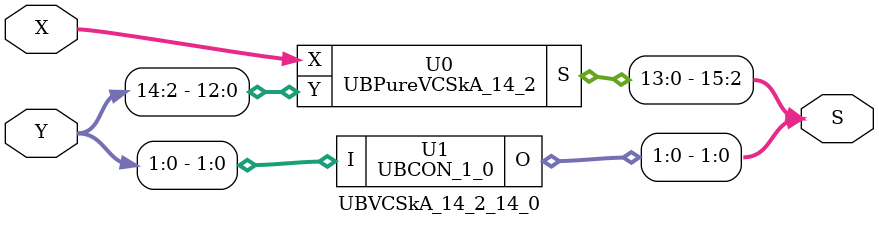
<source format=v>
/*----------------------------------------------------------------------------
  Copyright (c) 2021 Homma laboratory. All rights reserved.

  Top module: Multiplier_6_0_6_000

  Number system: Unsigned binary
  Multiplicand length: 7
  Multiplier length: 7
  Partial product generation: PPG with Radix-4 modified Booth recoding
  Partial product accumulation: (4;2) compressor tree
  Final stage addition: Carry-skip adder (variable-block-size)
----------------------------------------------------------------------------*/

module NUBZero_7_7(O);
  output [7:7] O;
  assign O[7] = 0;
endmodule

module R4BEEL_0_2(O_ds, O_d1, O_d0, I2, I1);
  output O_ds, O_d1, O_d0;
  input I1;
  input I2;
  assign O_d0 = I1;
  assign O_d1 = I2 & ( ~ I1 );
  assign O_ds = I2;
endmodule

module R4BEE_1(O_ds, O_d1, O_d0, I2, I1, I0);
  output O_ds, O_d1, O_d0;
  input I0;
  input I1;
  input I2;
  assign O_d0 = I1 ^ I0;
  assign O_d1 = ( I2 ^ I1 ) & ( ~ ( I1 ^ I0 ) );
  assign O_ds = I2;
endmodule

module R4BEE_2(O_ds, O_d1, O_d0, I2, I1, I0);
  output O_ds, O_d1, O_d0;
  input I0;
  input I1;
  input I2;
  assign O_d0 = I1 ^ I0;
  assign O_d1 = ( I2 ^ I1 ) & ( ~ ( I1 ^ I0 ) );
  assign O_ds = I2;
endmodule

module R4BEEH_3_3(O_ds, O_d1, O_d0, I2, I1, I0);
  output O_ds, O_d1, O_d0;
  input I0;
  input I1;
  input I2;
  assign O_d0 = I1 ^ I0;
  assign O_d1 = ( I2 ^ I1 ) & ( ~ ( I1 ^ I0 ) );
  assign O_ds = I2;
endmodule

module SD41DDECON_0(S, U_d1, U_d0, I_ds, I_d1, I_d0);
  output S;
  output U_d1, U_d0;
  input I_ds, I_d1, I_d0;
  assign S = I_ds;
  assign U_d0 = I_d0;
  assign U_d1 = I_d1;
endmodule

module U4DPPGL_0_0(Po, O, I, U_d1, U_d0);
  output O;
  output Po;
  input I;
  input U_d1, U_d0;
  assign O = I & U_d0;
  assign Po = I & U_d1;
endmodule

module U4DPPG_1_0(Po, O, I, U_d1, U_d0, Pi);
  output O;
  output Po;
  input I;
  input Pi;
  input U_d1, U_d0;
  assign O = ( I & U_d0 ) | Pi;
  assign Po = I & U_d1;
endmodule

module U4DPPG_2_0(Po, O, I, U_d1, U_d0, Pi);
  output O;
  output Po;
  input I;
  input Pi;
  input U_d1, U_d0;
  assign O = ( I & U_d0 ) | Pi;
  assign Po = I & U_d1;
endmodule

module U4DPPG_3_0(Po, O, I, U_d1, U_d0, Pi);
  output O;
  output Po;
  input I;
  input Pi;
  input U_d1, U_d0;
  assign O = ( I & U_d0 ) | Pi;
  assign Po = I & U_d1;
endmodule

module U4DPPG_4_0(Po, O, I, U_d1, U_d0, Pi);
  output O;
  output Po;
  input I;
  input Pi;
  input U_d1, U_d0;
  assign O = ( I & U_d0 ) | Pi;
  assign Po = I & U_d1;
endmodule

module U4DPPG_5_0(Po, O, I, U_d1, U_d0, Pi);
  output O;
  output Po;
  input I;
  input Pi;
  input U_d1, U_d0;
  assign O = ( I & U_d0 ) | Pi;
  assign Po = I & U_d1;
endmodule

module U4DPPG_6_0(Po, O, I, U_d1, U_d0, Pi);
  output O;
  output Po;
  input I;
  input Pi;
  input U_d1, U_d0;
  assign O = ( I & U_d0 ) | Pi;
  assign Po = I & U_d1;
endmodule

module U4DPPGH_7_0(Po, O, I, U_d1, U_d0, Pi);
  output O;
  output Po;
  input I;
  input Pi;
  input U_d1, U_d0;
  assign O = ( I & U_d0 ) | Pi;
  assign Po = I & ( U_d1 | U_d0 );
endmodule

module BWCPP_0(O, I, S);
  output O;
  input I;
  input S;
  assign O = S ^ I;
endmodule

module BWCPP_1(O, I, S);
  output O;
  input I;
  input S;
  assign O = S ^ I;
endmodule

module BWCPP_2(O, I, S);
  output O;
  input I;
  input S;
  assign O = S ^ I;
endmodule

module BWCPP_3(O, I, S);
  output O;
  input I;
  input S;
  assign O = S ^ I;
endmodule

module BWCPP_4(O, I, S);
  output O;
  input I;
  input S;
  assign O = S ^ I;
endmodule

module BWCPP_5(O, I, S);
  output O;
  input I;
  input S;
  assign O = S ^ I;
endmodule

module BWCPP_6(O, I, S);
  output O;
  input I;
  input S;
  assign O = S ^ I;
endmodule

module BWCPP_7(O, I, S);
  output O;
  input I;
  input S;
  assign O = S ^ I;
endmodule

module BWCNP_8(O, I, S);
  output O;
  input I;
  input S;
  assign O = ( ~ S ) ^ I;
endmodule

module UBBBG_0(O, S);
  output O;
  input S;
  assign O = S;
endmodule

module SD41DDECON_1(S, U_d1, U_d0, I_ds, I_d1, I_d0);
  output S;
  output U_d1, U_d0;
  input I_ds, I_d1, I_d0;
  assign S = I_ds;
  assign U_d0 = I_d0;
  assign U_d1 = I_d1;
endmodule

module U4DPPGL_0_1(Po, O, I, U_d1, U_d0);
  output O;
  output Po;
  input I;
  input U_d1, U_d0;
  assign O = I & U_d0;
  assign Po = I & U_d1;
endmodule

module U4DPPG_1_1(Po, O, I, U_d1, U_d0, Pi);
  output O;
  output Po;
  input I;
  input Pi;
  input U_d1, U_d0;
  assign O = ( I & U_d0 ) | Pi;
  assign Po = I & U_d1;
endmodule

module U4DPPG_2_1(Po, O, I, U_d1, U_d0, Pi);
  output O;
  output Po;
  input I;
  input Pi;
  input U_d1, U_d0;
  assign O = ( I & U_d0 ) | Pi;
  assign Po = I & U_d1;
endmodule

module U4DPPG_3_1(Po, O, I, U_d1, U_d0, Pi);
  output O;
  output Po;
  input I;
  input Pi;
  input U_d1, U_d0;
  assign O = ( I & U_d0 ) | Pi;
  assign Po = I & U_d1;
endmodule

module U4DPPG_4_1(Po, O, I, U_d1, U_d0, Pi);
  output O;
  output Po;
  input I;
  input Pi;
  input U_d1, U_d0;
  assign O = ( I & U_d0 ) | Pi;
  assign Po = I & U_d1;
endmodule

module U4DPPG_5_1(Po, O, I, U_d1, U_d0, Pi);
  output O;
  output Po;
  input I;
  input Pi;
  input U_d1, U_d0;
  assign O = ( I & U_d0 ) | Pi;
  assign Po = I & U_d1;
endmodule

module U4DPPG_6_1(Po, O, I, U_d1, U_d0, Pi);
  output O;
  output Po;
  input I;
  input Pi;
  input U_d1, U_d0;
  assign O = ( I & U_d0 ) | Pi;
  assign Po = I & U_d1;
endmodule

module U4DPPGH_7_1(Po, O, I, U_d1, U_d0, Pi);
  output O;
  output Po;
  input I;
  input Pi;
  input U_d1, U_d0;
  assign O = ( I & U_d0 ) | Pi;
  assign Po = I & ( U_d1 | U_d0 );
endmodule

module BWCPP_8(O, I, S);
  output O;
  input I;
  input S;
  assign O = S ^ I;
endmodule

module BWCPP_9(O, I, S);
  output O;
  input I;
  input S;
  assign O = S ^ I;
endmodule

module BWCNP_10(O, I, S);
  output O;
  input I;
  input S;
  assign O = ( ~ S ) ^ I;
endmodule

module UBBBG_2(O, S);
  output O;
  input S;
  assign O = S;
endmodule

module SD41DDECON_2(S, U_d1, U_d0, I_ds, I_d1, I_d0);
  output S;
  output U_d1, U_d0;
  input I_ds, I_d1, I_d0;
  assign S = I_ds;
  assign U_d0 = I_d0;
  assign U_d1 = I_d1;
endmodule

module U4DPPGL_0_2(Po, O, I, U_d1, U_d0);
  output O;
  output Po;
  input I;
  input U_d1, U_d0;
  assign O = I & U_d0;
  assign Po = I & U_d1;
endmodule

module U4DPPG_1_2(Po, O, I, U_d1, U_d0, Pi);
  output O;
  output Po;
  input I;
  input Pi;
  input U_d1, U_d0;
  assign O = ( I & U_d0 ) | Pi;
  assign Po = I & U_d1;
endmodule

module U4DPPG_2_2(Po, O, I, U_d1, U_d0, Pi);
  output O;
  output Po;
  input I;
  input Pi;
  input U_d1, U_d0;
  assign O = ( I & U_d0 ) | Pi;
  assign Po = I & U_d1;
endmodule

module U4DPPG_3_2(Po, O, I, U_d1, U_d0, Pi);
  output O;
  output Po;
  input I;
  input Pi;
  input U_d1, U_d0;
  assign O = ( I & U_d0 ) | Pi;
  assign Po = I & U_d1;
endmodule

module U4DPPG_4_2(Po, O, I, U_d1, U_d0, Pi);
  output O;
  output Po;
  input I;
  input Pi;
  input U_d1, U_d0;
  assign O = ( I & U_d0 ) | Pi;
  assign Po = I & U_d1;
endmodule

module U4DPPG_5_2(Po, O, I, U_d1, U_d0, Pi);
  output O;
  output Po;
  input I;
  input Pi;
  input U_d1, U_d0;
  assign O = ( I & U_d0 ) | Pi;
  assign Po = I & U_d1;
endmodule

module U4DPPG_6_2(Po, O, I, U_d1, U_d0, Pi);
  output O;
  output Po;
  input I;
  input Pi;
  input U_d1, U_d0;
  assign O = ( I & U_d0 ) | Pi;
  assign Po = I & U_d1;
endmodule

module U4DPPGH_7_2(Po, O, I, U_d1, U_d0, Pi);
  output O;
  output Po;
  input I;
  input Pi;
  input U_d1, U_d0;
  assign O = ( I & U_d0 ) | Pi;
  assign Po = I & ( U_d1 | U_d0 );
endmodule

module BWCPP_10(O, I, S);
  output O;
  input I;
  input S;
  assign O = S ^ I;
endmodule

module BWCPP_11(O, I, S);
  output O;
  input I;
  input S;
  assign O = S ^ I;
endmodule

module BWCNP_12(O, I, S);
  output O;
  input I;
  input S;
  assign O = ( ~ S ) ^ I;
endmodule

module UBBBG_4(O, S);
  output O;
  input S;
  assign O = S;
endmodule

module SD41DDECON_3(S, U_d1, U_d0, I_ds, I_d1, I_d0);
  output S;
  output U_d1, U_d0;
  input I_ds, I_d1, I_d0;
  assign S = I_ds;
  assign U_d0 = I_d0;
  assign U_d1 = I_d1;
endmodule

module U4DPPGL_0_3(Po, O, I, U_d1, U_d0);
  output O;
  output Po;
  input I;
  input U_d1, U_d0;
  assign O = I & U_d0;
  assign Po = I & U_d1;
endmodule

module U4DPPG_1_3(Po, O, I, U_d1, U_d0, Pi);
  output O;
  output Po;
  input I;
  input Pi;
  input U_d1, U_d0;
  assign O = ( I & U_d0 ) | Pi;
  assign Po = I & U_d1;
endmodule

module U4DPPG_2_3(Po, O, I, U_d1, U_d0, Pi);
  output O;
  output Po;
  input I;
  input Pi;
  input U_d1, U_d0;
  assign O = ( I & U_d0 ) | Pi;
  assign Po = I & U_d1;
endmodule

module U4DPPG_3_3(Po, O, I, U_d1, U_d0, Pi);
  output O;
  output Po;
  input I;
  input Pi;
  input U_d1, U_d0;
  assign O = ( I & U_d0 ) | Pi;
  assign Po = I & U_d1;
endmodule

module U4DPPG_4_3(Po, O, I, U_d1, U_d0, Pi);
  output O;
  output Po;
  input I;
  input Pi;
  input U_d1, U_d0;
  assign O = ( I & U_d0 ) | Pi;
  assign Po = I & U_d1;
endmodule

module U4DPPG_5_3(Po, O, I, U_d1, U_d0, Pi);
  output O;
  output Po;
  input I;
  input Pi;
  input U_d1, U_d0;
  assign O = ( I & U_d0 ) | Pi;
  assign Po = I & U_d1;
endmodule

module U4DPPG_6_3(Po, O, I, U_d1, U_d0, Pi);
  output O;
  output Po;
  input I;
  input Pi;
  input U_d1, U_d0;
  assign O = ( I & U_d0 ) | Pi;
  assign Po = I & U_d1;
endmodule

module U4DPPGH_7_3(Po, O, I, U_d1, U_d0, Pi);
  output O;
  output Po;
  input I;
  input Pi;
  input U_d1, U_d0;
  assign O = ( I & U_d0 ) | Pi;
  assign Po = I & ( U_d1 | U_d0 );
endmodule

module BWCPP_12(O, I, S);
  output O;
  input I;
  input S;
  assign O = S ^ I;
endmodule

module BWCPP_13(O, I, S);
  output O;
  input I;
  input S;
  assign O = S ^ I;
endmodule

module BWCNP_14(O, I, S);
  output O;
  input I;
  input S;
  assign O = ( ~ S ) ^ I;
endmodule

module UBBBG_6(O, S);
  output O;
  input S;
  assign O = S;
endmodule

module UBOne_9(O);
  output O;
  assign O = 1;
endmodule

module UB1DCON_9(O, I);
  output O;
  input I;
  assign O = I;
endmodule

module UB1DCON_0(O, I);
  output O;
  input I;
  assign O = I;
endmodule

module UB1DCON_1(O, I);
  output O;
  input I;
  assign O = I;
endmodule

module UB1DCON_2(O, I);
  output O;
  input I;
  assign O = I;
endmodule

module UB1DCON_3(O, I);
  output O;
  input I;
  assign O = I;
endmodule

module UB1DCON_4(O, I);
  output O;
  input I;
  assign O = I;
endmodule

module UB1DCON_5(O, I);
  output O;
  input I;
  assign O = I;
endmodule

module UB1DCON_6(O, I);
  output O;
  input I;
  assign O = I;
endmodule

module UB1DCON_7(O, I);
  output O;
  input I;
  assign O = I;
endmodule

module UB1DCON_8(O, I);
  output O;
  input I;
  assign O = I;
endmodule

module UBOne_11(O);
  output O;
  assign O = 1;
endmodule

module UB1DCON_11(O, I);
  output O;
  input I;
  assign O = I;
endmodule

module UB1DCON_10(O, I);
  output O;
  input I;
  assign O = I;
endmodule

module UBZero_1_1(O);
  output [1:1] O;
  assign O[1] = 0;
endmodule

module UBOne_13(O);
  output O;
  assign O = 1;
endmodule

module UB1DCON_13(O, I);
  output O;
  input I;
  assign O = I;
endmodule

module UB1DCON_12(O, I);
  output O;
  input I;
  assign O = I;
endmodule

module UBZero_3_3(O);
  output [3:3] O;
  assign O[3] = 0;
endmodule

module UB1DCON_14(O, I);
  output O;
  input I;
  assign O = I;
endmodule

module UBZero_5_5(O);
  output [5:5] O;
  assign O[5] = 0;
endmodule

module UBOne_8(O);
  output O;
  assign O = 1;
endmodule

module UBZero_7_7(O);
  output [7:7] O;
  assign O[7] = 0;
endmodule

module UBHA_0(C, S, X, Y);
  output C;
  output S;
  input X;
  input Y;
  assign C = X & Y;
  assign S = X ^ Y;
endmodule

module UBHA_1(C, S, X, Y);
  output C;
  output S;
  input X;
  input Y;
  assign C = X & Y;
  assign S = X ^ Y;
endmodule

module UBFA_2(C, S, X, Y, Z);
  output C;
  output S;
  input X;
  input Y;
  input Z;
  assign C = ( X & Y ) | ( Y & Z ) | ( Z & X );
  assign S = X ^ Y ^ Z;
endmodule

module UBFA_3(C, S, X, Y, Z);
  output C;
  output S;
  input X;
  input Y;
  input Z;
  assign C = ( X & Y ) | ( Y & Z ) | ( Z & X );
  assign S = X ^ Y ^ Z;
endmodule

module UBFA_4(C, S, X, Y, Z);
  output C;
  output S;
  input X;
  input Y;
  input Z;
  assign C = ( X & Y ) | ( Y & Z ) | ( Z & X );
  assign S = X ^ Y ^ Z;
endmodule

module UBFA_5(C, S, X, Y, Z);
  output C;
  output S;
  input X;
  input Y;
  input Z;
  assign C = ( X & Y ) | ( Y & Z ) | ( Z & X );
  assign S = X ^ Y ^ Z;
endmodule

module UBFA_6(C, S, X, Y, Z);
  output C;
  output S;
  input X;
  input Y;
  input Z;
  assign C = ( X & Y ) | ( Y & Z ) | ( Z & X );
  assign S = X ^ Y ^ Z;
endmodule

module UBFA_7(C, S, X, Y, Z);
  output C;
  output S;
  input X;
  input Y;
  input Z;
  assign C = ( X & Y ) | ( Y & Z ) | ( Z & X );
  assign S = X ^ Y ^ Z;
endmodule

module UBFA_8(C, S, X, Y, Z);
  output C;
  output S;
  input X;
  input Y;
  input Z;
  assign C = ( X & Y ) | ( Y & Z ) | ( Z & X );
  assign S = X ^ Y ^ Z;
endmodule

module UBFA_9(C, S, X, Y, Z);
  output C;
  output S;
  input X;
  input Y;
  input Z;
  assign C = ( X & Y ) | ( Y & Z ) | ( Z & X );
  assign S = X ^ Y ^ Z;
endmodule

module UBHA_10(C, S, X, Y);
  output C;
  output S;
  input X;
  input Y;
  assign C = X & Y;
  assign S = X ^ Y;
endmodule

module UBHA_11(C, S, X, Y);
  output C;
  output S;
  input X;
  input Y;
  assign C = X & Y;
  assign S = X ^ Y;
endmodule

module UBHA_2(C, S, X, Y);
  output C;
  output S;
  input X;
  input Y;
  assign C = X & Y;
  assign S = X ^ Y;
endmodule

module UBHA_3(C, S, X, Y);
  output C;
  output S;
  input X;
  input Y;
  assign C = X & Y;
  assign S = X ^ Y;
endmodule

module UBZero_6_6(O);
  output [6:6] O;
  assign O[6] = 0;
endmodule

module UB1B4_2CMP_6(Co, C, S, IN0, IN1, IN2, IN3, Ci);
  output C;
  output Co;
  output S;
  input Ci;
  input IN0;
  input IN1;
  input IN2;
  input IN3;
  wire W0;
  wire W1;
  wire W2;
  assign W0 = IN0 ^ IN1;
  assign W1 = IN2 ^ IN3;
  assign W2 = W0 ^ W1;
  assign S = W2 ^ Ci;
  assign C = ( W2 & Ci ) | ( ~ W2 & IN3 );
  assign Co = ( W0 & IN2 ) | ( ~ W0 & IN0 );
endmodule

module UB1B4_2CMP_7(Co, C, S, IN0, IN1, IN2, IN3, Ci);
  output C;
  output Co;
  output S;
  input Ci;
  input IN0;
  input IN1;
  input IN2;
  input IN3;
  wire W0;
  wire W1;
  wire W2;
  assign W0 = IN0 ^ IN1;
  assign W1 = IN2 ^ IN3;
  assign W2 = W0 ^ W1;
  assign S = W2 ^ Ci;
  assign C = ( W2 & Ci ) | ( ~ W2 & IN3 );
  assign Co = ( W0 & IN2 ) | ( ~ W0 & IN0 );
endmodule

module UB1B4_2CMP_8(Co, C, S, IN0, IN1, IN2, IN3, Ci);
  output C;
  output Co;
  output S;
  input Ci;
  input IN0;
  input IN1;
  input IN2;
  input IN3;
  wire W0;
  wire W1;
  wire W2;
  assign W0 = IN0 ^ IN1;
  assign W1 = IN2 ^ IN3;
  assign W2 = W0 ^ W1;
  assign S = W2 ^ Ci;
  assign C = ( W2 & Ci ) | ( ~ W2 & IN3 );
  assign Co = ( W0 & IN2 ) | ( ~ W0 & IN0 );
endmodule

module UB1B3_2CMP_9(Co, C, S, IN0, IN1, IN2, Ci);
  output C;
  output Co;
  output S;
  input Ci;
  input IN0;
  input IN1;
  input IN2;
  wire W0;
  wire W1;
  wire W2;
  assign W0 = IN0 ^ IN1;
  assign W1 = IN2;
  assign W2 = W0 ^ W1;
  assign S = W2 ^ Ci;
  assign C = ( W2 & Ci );
  assign Co = ( W0 & IN2 ) | ( ~ W0 & IN0 );
endmodule

module UB1B3_2CMP_10(Co, C, S, IN0, IN1, IN2, Ci);
  output C;
  output Co;
  output S;
  input Ci;
  input IN0;
  input IN1;
  input IN2;
  wire W0;
  wire W1;
  wire W2;
  assign W0 = IN0 ^ IN1;
  assign W1 = IN2;
  assign W2 = W0 ^ W1;
  assign S = W2 ^ Ci;
  assign C = ( W2 & Ci );
  assign Co = ( W0 & IN2 ) | ( ~ W0 & IN0 );
endmodule

module UB1B3_2CMP_11(Co, C, S, IN0, IN1, IN2, Ci);
  output C;
  output Co;
  output S;
  input Ci;
  input IN0;
  input IN1;
  input IN2;
  wire W0;
  wire W1;
  wire W2;
  assign W0 = IN0 ^ IN1;
  assign W1 = IN2;
  assign W2 = W0 ^ W1;
  assign S = W2 ^ Ci;
  assign C = ( W2 & Ci );
  assign Co = ( W0 & IN2 ) | ( ~ W0 & IN0 );
endmodule

module UB1B3_2CMP_12(Co, C, S, IN0, IN1, IN2, Ci);
  output C;
  output Co;
  output S;
  input Ci;
  input IN0;
  input IN1;
  input IN2;
  wire W0;
  wire W1;
  wire W2;
  assign W0 = IN0 ^ IN1;
  assign W1 = IN2;
  assign W2 = W0 ^ W1;
  assign S = W2 ^ Ci;
  assign C = ( W2 & Ci );
  assign Co = ( W0 & IN2 ) | ( ~ W0 & IN0 );
endmodule

module UBFA_13(C, S, X, Y, Z);
  output C;
  output S;
  input X;
  input Y;
  input Z;
  assign C = ( X & Y ) | ( Y & Z ) | ( Z & X );
  assign S = X ^ Y ^ Z;
endmodule

module UBPFA_3(Co, S, P, X, Y, Ci);
  output Co;
  output P;
  output S;
  input Ci;
  input X;
  input Y;
  wire C_0;
  wire C_1;
  wire S_0;
  assign Co = C_0 | C_1;
  assign P = S_0;
  UBHA_3 U0 (C_0, S_0, X, Y);
  UBHA_3 U1 (C_1, S, S_0, Ci);
endmodule

module UBHA_4(C, S, X, Y);
  output C;
  output S;
  input X;
  input Y;
  assign C = X & Y;
  assign S = X ^ Y;
endmodule

module UBPFA_4(Co, S, P, X, Y, Ci);
  output Co;
  output P;
  output S;
  input Ci;
  input X;
  input Y;
  wire C_0;
  wire C_1;
  wire S_0;
  assign Co = C_0 | C_1;
  assign P = S_0;
  UBHA_4 U0 (C_0, S_0, X, Y);
  UBHA_4 U1 (C_1, S, S_0, Ci);
endmodule

module UBCSkB_4_3(Co, S, X, Y, Ci);
  output Co;
  output [4:3] S;
  input Ci;
  input [4:3] X;
  input [4:3] Y;
  wire C4;
  wire C5;
  wire P3;
  wire P4;
  wire Sk;
  assign Sk = ( P3 & P4 ) & Ci;
  assign Co = C5 | Sk;
  UBPFA_3 U0 (C4, S[3], P3, X[3], Y[3], Ci);
  UBPFA_4 U1 (C5, S[4], P4, X[4], Y[4], C4);
endmodule

module UBHA_5(C, S, X, Y);
  output C;
  output S;
  input X;
  input Y;
  assign C = X & Y;
  assign S = X ^ Y;
endmodule

module UBPFA_5(Co, S, P, X, Y, Ci);
  output Co;
  output P;
  output S;
  input Ci;
  input X;
  input Y;
  wire C_0;
  wire C_1;
  wire S_0;
  assign Co = C_0 | C_1;
  assign P = S_0;
  UBHA_5 U0 (C_0, S_0, X, Y);
  UBHA_5 U1 (C_1, S, S_0, Ci);
endmodule

module UBHA_6(C, S, X, Y);
  output C;
  output S;
  input X;
  input Y;
  assign C = X & Y;
  assign S = X ^ Y;
endmodule

module UBPFA_6(Co, S, P, X, Y, Ci);
  output Co;
  output P;
  output S;
  input Ci;
  input X;
  input Y;
  wire C_0;
  wire C_1;
  wire S_0;
  assign Co = C_0 | C_1;
  assign P = S_0;
  UBHA_6 U0 (C_0, S_0, X, Y);
  UBHA_6 U1 (C_1, S, S_0, Ci);
endmodule

module UBHA_7(C, S, X, Y);
  output C;
  output S;
  input X;
  input Y;
  assign C = X & Y;
  assign S = X ^ Y;
endmodule

module UBPFA_7(Co, S, P, X, Y, Ci);
  output Co;
  output P;
  output S;
  input Ci;
  input X;
  input Y;
  wire C_0;
  wire C_1;
  wire S_0;
  assign Co = C_0 | C_1;
  assign P = S_0;
  UBHA_7 U0 (C_0, S_0, X, Y);
  UBHA_7 U1 (C_1, S, S_0, Ci);
endmodule

module UBCSkB_7_5(Co, S, X, Y, Ci);
  output Co;
  output [7:5] S;
  input Ci;
  input [7:5] X;
  input [7:5] Y;
  wire C6;
  wire C7;
  wire C8;
  wire P5;
  wire P6;
  wire P7;
  wire Sk;
  assign Sk = ( P5 & P6 & P7 ) & Ci;
  assign Co = C8 | Sk;
  UBPFA_5 U0 (C6, S[5], P5, X[5], Y[5], Ci);
  UBPFA_6 U1 (C7, S[6], P6, X[6], Y[6], C6);
  UBPFA_7 U2 (C8, S[7], P7, X[7], Y[7], C7);
endmodule

module UBHA_8(C, S, X, Y);
  output C;
  output S;
  input X;
  input Y;
  assign C = X & Y;
  assign S = X ^ Y;
endmodule

module UBPFA_8(Co, S, P, X, Y, Ci);
  output Co;
  output P;
  output S;
  input Ci;
  input X;
  input Y;
  wire C_0;
  wire C_1;
  wire S_0;
  assign Co = C_0 | C_1;
  assign P = S_0;
  UBHA_8 U0 (C_0, S_0, X, Y);
  UBHA_8 U1 (C_1, S, S_0, Ci);
endmodule

module UBHA_9(C, S, X, Y);
  output C;
  output S;
  input X;
  input Y;
  assign C = X & Y;
  assign S = X ^ Y;
endmodule

module UBPFA_9(Co, S, P, X, Y, Ci);
  output Co;
  output P;
  output S;
  input Ci;
  input X;
  input Y;
  wire C_0;
  wire C_1;
  wire S_0;
  assign Co = C_0 | C_1;
  assign P = S_0;
  UBHA_9 U0 (C_0, S_0, X, Y);
  UBHA_9 U1 (C_1, S, S_0, Ci);
endmodule

module UBPFA_10(Co, S, P, X, Y, Ci);
  output Co;
  output P;
  output S;
  input Ci;
  input X;
  input Y;
  wire C_0;
  wire C_1;
  wire S_0;
  assign Co = C_0 | C_1;
  assign P = S_0;
  UBHA_10 U0 (C_0, S_0, X, Y);
  UBHA_10 U1 (C_1, S, S_0, Ci);
endmodule

module UBPFA_11(Co, S, P, X, Y, Ci);
  output Co;
  output P;
  output S;
  input Ci;
  input X;
  input Y;
  wire C_0;
  wire C_1;
  wire S_0;
  assign Co = C_0 | C_1;
  assign P = S_0;
  UBHA_11 U0 (C_0, S_0, X, Y);
  UBHA_11 U1 (C_1, S, S_0, Ci);
endmodule

module UBCSkB_11_8(Co, S, X, Y, Ci);
  output Co;
  output [11:8] S;
  input Ci;
  input [11:8] X;
  input [11:8] Y;
  wire C10;
  wire C11;
  wire C12;
  wire C9;
  wire P10;
  wire P11;
  wire P8;
  wire P9;
  wire Sk;
  assign Sk = ( P8 & P9 & P10 & P11 ) & Ci;
  assign Co = C12 | Sk;
  UBPFA_8 U0 (C9, S[8], P8, X[8], Y[8], Ci);
  UBPFA_9 U1 (C10, S[9], P9, X[9], Y[9], C9);
  UBPFA_10 U2 (C11, S[10], P10, X[10], Y[10], C10);
  UBPFA_11 U3 (C12, S[11], P11, X[11], Y[11], C11);
endmodule

module UBHA_12(C, S, X, Y);
  output C;
  output S;
  input X;
  input Y;
  assign C = X & Y;
  assign S = X ^ Y;
endmodule

module UBPFA_12(Co, S, P, X, Y, Ci);
  output Co;
  output P;
  output S;
  input Ci;
  input X;
  input Y;
  wire C_0;
  wire C_1;
  wire S_0;
  assign Co = C_0 | C_1;
  assign P = S_0;
  UBHA_12 U0 (C_0, S_0, X, Y);
  UBHA_12 U1 (C_1, S, S_0, Ci);
endmodule

module UBHA_13(C, S, X, Y);
  output C;
  output S;
  input X;
  input Y;
  assign C = X & Y;
  assign S = X ^ Y;
endmodule

module UBPFA_13(Co, S, P, X, Y, Ci);
  output Co;
  output P;
  output S;
  input Ci;
  input X;
  input Y;
  wire C_0;
  wire C_1;
  wire S_0;
  assign Co = C_0 | C_1;
  assign P = S_0;
  UBHA_13 U0 (C_0, S_0, X, Y);
  UBHA_13 U1 (C_1, S, S_0, Ci);
endmodule

module UBCSkB_13_12(Co, S, X, Y, Ci);
  output Co;
  output [13:12] S;
  input Ci;
  input [13:12] X;
  input [13:12] Y;
  wire C13;
  wire C14;
  wire P12;
  wire P13;
  wire Sk;
  assign Sk = ( P12 & P13 ) & Ci;
  assign Co = C14 | Sk;
  UBPFA_12 U0 (C13, S[12], P12, X[12], Y[12], Ci);
  UBPFA_13 U1 (C14, S[13], P13, X[13], Y[13], C13);
endmodule

module UBHA_14(C, S, X, Y);
  output C;
  output S;
  input X;
  input Y;
  assign C = X & Y;
  assign S = X ^ Y;
endmodule

module UBPFA_14(Co, S, P, X, Y, Ci);
  output Co;
  output P;
  output S;
  input Ci;
  input X;
  input Y;
  wire C_0;
  wire C_1;
  wire S_0;
  assign Co = C_0 | C_1;
  assign P = S_0;
  UBHA_14 U0 (C_0, S_0, X, Y);
  UBHA_14 U1 (C_1, S, S_0, Ci);
endmodule

module UBCSkB_14_14(Co, S, X, Y, Ci);
  output Co;
  output [14:14] S;
  input Ci;
  input [14:14] X;
  input [14:14] Y;
  wire C15;
  wire P14;
  wire Sk;
  assign Sk = P14 & Ci;
  assign Co = C15 | Sk;
  UBPFA_14 U0 (C15, S[14], P14, X[14], Y[14], Ci);
endmodule

module UBPriVCSkA_14_2(S, X, Y, Cin);
  output [15:2] S;
  input Cin;
  input [14:2] X;
  input [14:2] Y;
  wire C12;
  wire C14;
  wire C3;
  wire C5;
  wire C8;
  UBFA_2 U0 (C3, S[2], X[2], Y[2], Cin);
  UBCSkB_4_3 U1 (C5, S[4:3], X[4:3], Y[4:3], C3);
  UBCSkB_7_5 U2 (C8, S[7:5], X[7:5], Y[7:5], C5);
  UBCSkB_11_8 U3 (C12, S[11:8], X[11:8], Y[11:8], C8);
  UBCSkB_13_12 U4 (C14, S[13:12], X[13:12], Y[13:12], C12);
  UBCSkB_14_14 U5 (S[15], S[14], X[14], Y[14], C14);
endmodule

module UBZero_2_2(O);
  output [2:2] O;
  assign O[2] = 0;
endmodule

module UBTC1CON15_0(O, I);
  output O;
  input I;
  assign O = I;
endmodule

module UBTC1CON15_1(O, I);
  output O;
  input I;
  assign O = I;
endmodule

module UBTC1CON15_2(O, I);
  output O;
  input I;
  assign O = I;
endmodule

module UBTC1CON15_3(O, I);
  output O;
  input I;
  assign O = I;
endmodule

module UBTC1CON15_4(O, I);
  output O;
  input I;
  assign O = I;
endmodule

module UBTC1CON15_5(O, I);
  output O;
  input I;
  assign O = I;
endmodule

module UBTC1CON15_6(O, I);
  output O;
  input I;
  assign O = I;
endmodule

module UBTC1CON15_7(O, I);
  output O;
  input I;
  assign O = I;
endmodule

module UBTC1CON15_8(O, I);
  output O;
  input I;
  assign O = I;
endmodule

module UBTC1CON15_9(O, I);
  output O;
  input I;
  assign O = I;
endmodule

module UBTC1CON15_10(O, I);
  output O;
  input I;
  assign O = I;
endmodule

module UBTC1CON15_11(O, I);
  output O;
  input I;
  assign O = I;
endmodule

module UBTC1CON15_12(O, I);
  output O;
  input I;
  assign O = I;
endmodule

module UBTC1CON15_13(O, I);
  output O;
  input I;
  assign O = I;
endmodule

module UBTC1CON15_14(O, I);
  output O;
  input I;
  assign O = I;
endmodule

module UBTCTCONV_15_15(O, I);
  output [15:15] O;
  input [15:15] I;
  assign O = ~ I;
endmodule

module Multiplier_6_0_6_000(P, IN1, IN2);
  output [13:0] P;
  input [6:0] IN1;
  input [6:0] IN2;
  wire [15:0] W;
  assign P[0] = W[0];
  assign P[1] = W[1];
  assign P[2] = W[2];
  assign P[3] = W[3];
  assign P[4] = W[4];
  assign P[5] = W[5];
  assign P[6] = W[6];
  assign P[7] = W[7];
  assign P[8] = W[8];
  assign P[9] = W[9];
  assign P[10] = W[10];
  assign P[11] = W[11];
  assign P[12] = W[12];
  assign P[13] = W[13];
  MultUB_R4B_C42_VC000 U0 (W, IN1, IN2);
endmodule

module C42TR_9_0_11_0_13000 (S1, S2, PP0, PP1, PP2, PP3, PP4);
  output [14:2] S1;
  output [14:0] S2;
  input [9:0] PP0;
  input [11:0] PP1;
  input [13:2] PP2;
  input [14:4] PP3;
  input [8:6] PP4;
  wire [13:0] W1_0;
  wire [12:1] W1_1;
  CSA_9_0_11_0_13_2 U0 (W1_1, W1_0, PP0, PP1, PP2);
  UB4_2Comp_13_0_12000 U1 (S1[14:2], S2[14:0], W1_0, W1_1, PP3, PP4);
endmodule

module CSA_9_0_11_0_13_2 (C, S, X, Y, Z);
  output [12:1] C;
  output [13:0] S;
  input [9:0] X;
  input [11:0] Y;
  input [13:2] Z;
  PureCSHA_1_0 U0 (C[2:1], S[1:0], Y[1:0], X[1:0]);
  PureCSA_9_2 U1 (C[10:3], S[9:2], Z[9:2], Y[9:2], X[9:2]);
  PureCSHA_11_10 U2 (C[12:11], S[11:10], Z[11:10], Y[11:10]);
  UBCON_13_12 U3 (S[13:12], Z[13:12]);
endmodule

module MultUB_R4B_C42_VC000 (P, IN1, IN2);
  output [15:0] P;
  input [6:0] IN1;
  input [6:0] IN2;
  wire [9:0] PP0;
  wire [11:0] PP1;
  wire [13:2] PP2;
  wire [14:4] PP3;
  wire [8:6] PP4;
  wire [14:2] S1;
  wire [14:0] S2;
  wire [15:0] UP;
  UBR4BPPG_6_0_6_0 U0 (PP0, PP1, PP2, PP3, PP4, IN1, IN2);
  C42TR_9_0_11_0_13000 U1 (S1[14:2], S2[14:0], PP0, PP1, PP2, PP3, PP4);
  UBVCSkA_14_2_14_0 U2 (UP, S1[14:2], S2[14:0]);
  UBTCCONV15_15_0 U3 (P, UP);
endmodule

module PureCSA_5_4 (C, S, X, Y, Z);
  output [6:5] C;
  output [5:4] S;
  input [5:4] X;
  input [5:4] Y;
  input [5:4] Z;
  UBFA_4 U0 (C[5], S[4], X[4], Y[4], Z[4]);
  UBFA_5 U1 (C[6], S[5], X[5], Y[5], Z[5]);
endmodule

module PureCSA_9_2 (C, S, X, Y, Z);
  output [10:3] C;
  output [9:2] S;
  input [9:2] X;
  input [9:2] Y;
  input [9:2] Z;
  UBFA_2 U0 (C[3], S[2], X[2], Y[2], Z[2]);
  UBFA_3 U1 (C[4], S[3], X[3], Y[3], Z[3]);
  UBFA_4 U2 (C[5], S[4], X[4], Y[4], Z[4]);
  UBFA_5 U3 (C[6], S[5], X[5], Y[5], Z[5]);
  UBFA_6 U4 (C[7], S[6], X[6], Y[6], Z[6]);
  UBFA_7 U5 (C[8], S[7], X[7], Y[7], Z[7]);
  UBFA_8 U6 (C[9], S[8], X[8], Y[8], Z[8]);
  UBFA_9 U7 (C[10], S[9], X[9], Y[9], Z[9]);
endmodule

module PureCSHA_11_10 (C, S, X, Y);
  output [12:11] C;
  output [11:10] S;
  input [11:10] X;
  input [11:10] Y;
  UBHA_10 U0 (C[11], S[10], X[10], Y[10]);
  UBHA_11 U1 (C[12], S[11], X[11], Y[11]);
endmodule

module PureCSHA_1_0 (C, S, X, Y);
  output [2:1] C;
  output [1:0] S;
  input [1:0] X;
  input [1:0] Y;
  UBHA_0 U0 (C[1], S[0], X[0], Y[0]);
  UBHA_1 U1 (C[2], S[1], X[1], Y[1]);
endmodule

module PureCSHA_3_1 (C, S, X, Y);
  output [4:2] C;
  output [3:1] S;
  input [3:1] X;
  input [3:1] Y;
  UBHA_1 U0 (C[2], S[1], X[1], Y[1]);
  UBHA_2 U1 (C[3], S[2], X[2], Y[2]);
  UBHA_3 U2 (C[4], S[3], X[3], Y[3]);
endmodule

module TCU4VPPG_7_0_0 (O_T, O_R, IN1_T, IN1_R, U__d1, U__d0);
  output [7:0] O_R;
  output O_T;
  input [6:0] IN1_R;
  input IN1_T;
  input U__d1, U__d0;
  wire [7:1] P;
  U4DPPGL_0_0 U0 (P[1], O_R[0], IN1_R[0], U__d1, U__d0);
  U4DPPG_1_0 U1 (P[2], O_R[1], IN1_R[1], U__d1, U__d0, P[1]);
  U4DPPG_2_0 U2 (P[3], O_R[2], IN1_R[2], U__d1, U__d0, P[2]);
  U4DPPG_3_0 U3 (P[4], O_R[3], IN1_R[3], U__d1, U__d0, P[3]);
  U4DPPG_4_0 U4 (P[5], O_R[4], IN1_R[4], U__d1, U__d0, P[4]);
  U4DPPG_5_0 U5 (P[6], O_R[5], IN1_R[5], U__d1, U__d0, P[5]);
  U4DPPG_6_0 U6 (P[7], O_R[6], IN1_R[6], U__d1, U__d0, P[6]);
  U4DPPGH_7_0 U7 (O_T, O_R[7], IN1_T, U__d1, U__d0, P[7]);
endmodule

module TCU4VPPG_7_0_1 (O_T, O_R, IN1_T, IN1_R, U__d1, U__d0);
  output [9:2] O_R;
  output O_T;
  input [6:0] IN1_R;
  input IN1_T;
  input U__d1, U__d0;
  wire [9:3] P;
  U4DPPGL_0_1 U0 (P[3], O_R[2], IN1_R[0], U__d1, U__d0);
  U4DPPG_1_1 U1 (P[4], O_R[3], IN1_R[1], U__d1, U__d0, P[3]);
  U4DPPG_2_1 U2 (P[5], O_R[4], IN1_R[2], U__d1, U__d0, P[4]);
  U4DPPG_3_1 U3 (P[6], O_R[5], IN1_R[3], U__d1, U__d0, P[5]);
  U4DPPG_4_1 U4 (P[7], O_R[6], IN1_R[4], U__d1, U__d0, P[6]);
  U4DPPG_5_1 U5 (P[8], O_R[7], IN1_R[5], U__d1, U__d0, P[7]);
  U4DPPG_6_1 U6 (P[9], O_R[8], IN1_R[6], U__d1, U__d0, P[8]);
  U4DPPGH_7_1 U7 (O_T, O_R[9], IN1_T, U__d1, U__d0, P[9]);
endmodule

module TCU4VPPG_7_0_2 (O_T, O_R, IN1_T, IN1_R, U__d1, U__d0);
  output [11:4] O_R;
  output O_T;
  input [6:0] IN1_R;
  input IN1_T;
  input U__d1, U__d0;
  wire [11:5] P;
  U4DPPGL_0_2 U0 (P[5], O_R[4], IN1_R[0], U__d1, U__d0);
  U4DPPG_1_2 U1 (P[6], O_R[5], IN1_R[1], U__d1, U__d0, P[5]);
  U4DPPG_2_2 U2 (P[7], O_R[6], IN1_R[2], U__d1, U__d0, P[6]);
  U4DPPG_3_2 U3 (P[8], O_R[7], IN1_R[3], U__d1, U__d0, P[7]);
  U4DPPG_4_2 U4 (P[9], O_R[8], IN1_R[4], U__d1, U__d0, P[8]);
  U4DPPG_5_2 U5 (P[10], O_R[9], IN1_R[5], U__d1, U__d0, P[9]);
  U4DPPG_6_2 U6 (P[11], O_R[10], IN1_R[6], U__d1, U__d0, P[10]);
  U4DPPGH_7_2 U7 (O_T, O_R[11], IN1_T, U__d1, U__d0, P[11]);
endmodule

module TCU4VPPG_7_0_3 (O_T, O_R, IN1_T, IN1_R, U__d1, U__d0);
  output [13:6] O_R;
  output O_T;
  input [6:0] IN1_R;
  input IN1_T;
  input U__d1, U__d0;
  wire [13:7] P;
  U4DPPGL_0_3 U0 (P[7], O_R[6], IN1_R[0], U__d1, U__d0);
  U4DPPG_1_3 U1 (P[8], O_R[7], IN1_R[1], U__d1, U__d0, P[7]);
  U4DPPG_2_3 U2 (P[9], O_R[8], IN1_R[2], U__d1, U__d0, P[8]);
  U4DPPG_3_3 U3 (P[10], O_R[9], IN1_R[3], U__d1, U__d0, P[9]);
  U4DPPG_4_3 U4 (P[11], O_R[10], IN1_R[4], U__d1, U__d0, P[10]);
  U4DPPG_5_3 U5 (P[12], O_R[11], IN1_R[5], U__d1, U__d0, P[11]);
  U4DPPG_6_3 U6 (P[13], O_R[12], IN1_R[6], U__d1, U__d0, P[12]);
  U4DPPGH_7_3 U7 (O_T, O_R[13], IN1_T, U__d1, U__d0, P[13]);
endmodule

module TUBWCON_10_2 (O, I_T, I_R, S);
  output [10:2] O;
  input [9:2] I_R;
  input I_T;
  input S;
  BWCPP_2 U0 (O[2], I_R[2], S);
  BWCPP_3 U1 (O[3], I_R[3], S);
  BWCPP_4 U2 (O[4], I_R[4], S);
  BWCPP_5 U3 (O[5], I_R[5], S);
  BWCPP_6 U4 (O[6], I_R[6], S);
  BWCPP_7 U5 (O[7], I_R[7], S);
  BWCPP_8 U6 (O[8], I_R[8], S);
  BWCPP_9 U7 (O[9], I_R[9], S);
  BWCNP_10 U8 (O[10], I_T, S);
endmodule

module TUBWCON_12_4 (O, I_T, I_R, S);
  output [12:4] O;
  input [11:4] I_R;
  input I_T;
  input S;
  BWCPP_4 U0 (O[4], I_R[4], S);
  BWCPP_5 U1 (O[5], I_R[5], S);
  BWCPP_6 U2 (O[6], I_R[6], S);
  BWCPP_7 U3 (O[7], I_R[7], S);
  BWCPP_8 U4 (O[8], I_R[8], S);
  BWCPP_9 U5 (O[9], I_R[9], S);
  BWCPP_10 U6 (O[10], I_R[10], S);
  BWCPP_11 U7 (O[11], I_R[11], S);
  BWCNP_12 U8 (O[12], I_T, S);
endmodule

module TUBWCON_14_6 (O, I_T, I_R, S);
  output [14:6] O;
  input [13:6] I_R;
  input I_T;
  input S;
  BWCPP_6 U0 (O[6], I_R[6], S);
  BWCPP_7 U1 (O[7], I_R[7], S);
  BWCPP_8 U2 (O[8], I_R[8], S);
  BWCPP_9 U3 (O[9], I_R[9], S);
  BWCPP_10 U4 (O[10], I_R[10], S);
  BWCPP_11 U5 (O[11], I_R[11], S);
  BWCPP_12 U6 (O[12], I_R[12], S);
  BWCPP_13 U7 (O[13], I_R[13], S);
  BWCNP_14 U8 (O[14], I_T, S);
endmodule

module TUBWCON_8_0 (O, I_T, I_R, S);
  output [8:0] O;
  input [7:0] I_R;
  input I_T;
  input S;
  BWCPP_0 U0 (O[0], I_R[0], S);
  BWCPP_1 U1 (O[1], I_R[1], S);
  BWCPP_2 U2 (O[2], I_R[2], S);
  BWCPP_3 U3 (O[3], I_R[3], S);
  BWCPP_4 U4 (O[4], I_R[4], S);
  BWCPP_5 U5 (O[5], I_R[5], S);
  BWCPP_6 U6 (O[6], I_R[6], S);
  BWCPP_7 U7 (O[7], I_R[7], S);
  BWCNP_8 U8 (O[8], I_T, S);
endmodule

module UB4_2Comp_13_0_12000 (C, S, IN0, IN1, IN2, IN3);
  output [14:2] C;
  output [14:0] S;
  input [13:0] IN0;
  input [12:1] IN1;
  input [14:4] IN2;
  input [8:6] IN3;
  wire W0;
  wire W1;
  wire WZ;
  UB1DCON_0 U0 (S[0], IN0[0]);
  PureCSHA_3_1 U1 (C[4:2], S[3:1], IN1[3:1], IN0[3:1]);
  PureCSA_5_4 U2 (C[6:5], S[5:4], IN2[5:4], IN1[5:4], IN0[5:4]);
  UBZero_6_6 U3 (WZ);
  UBPure4_2CMP_8_6 U4 (W0, C[9:7], S[8:6], IN3[8:6], IN2[8:6], IN1[8:6], IN0[8:6], WZ);
  UBPure3_2CMP_12_9 U5 (W1, C[13:10], S[12:9], IN2[12:9], IN0[12:9], IN1[12:9], W0);
  UBFA_13 U6 (C[14], S[13], IN2[13], IN0[13], W1);
  UB1DCON_14 U7 (S[14], IN2[14]);
endmodule

module UBCMBIN_11_11_10_000 (O, IN0, IN1, IN2);
  output [11:0] O;
  input IN0;
  input [10:2] IN1;
  input IN2;
  UB1DCON_11 U0 (O[11], IN0);
  UBCON_10_2 U1 (O[10:2], IN1);
  UBZero_1_1 U2 (O[1]);
  UB1DCON_0 U3 (O[0], IN2);
endmodule

module UBCMBIN_13_13_12_000 (O, IN0, IN1, IN2);
  output [13:2] O;
  input IN0;
  input [12:4] IN1;
  input IN2;
  UB1DCON_13 U0 (O[13], IN0);
  UBCON_12_4 U1 (O[12:4], IN1);
  UBZero_3_3 U2 (O[3]);
  UB1DCON_2 U3 (O[2], IN2);
endmodule

module UBCMBIN_14_6_4_4 (O, IN0, IN1);
  output [14:4] O;
  input [14:6] IN0;
  input IN1;
  UBCON_14_6 U0 (O[14:6], IN0);
  UBZero_5_5 U1 (O[5]);
  UB1DCON_4 U2 (O[4], IN1);
endmodule

module UBCMBIN_8_8_6_6 (O, IN0, IN1);
  output [8:6] O;
  input IN0;
  input IN1;
  UB1DCON_8 U0 (O[8], IN0);
  UBZero_7_7 U1 (O[7]);
  UB1DCON_6 U2 (O[6], IN1);
endmodule

module UBCMBIN_9_9_8_0 (O, IN0, IN1);
  output [9:0] O;
  input IN0;
  input [8:0] IN1;
  UB1DCON_9 U0 (O[9], IN0);
  UBCON_8_0 U1 (O[8:0], IN1);
endmodule

module UBCON_10_2 (O, I);
  output [10:2] O;
  input [10:2] I;
  UB1DCON_2 U0 (O[2], I[2]);
  UB1DCON_3 U1 (O[3], I[3]);
  UB1DCON_4 U2 (O[4], I[4]);
  UB1DCON_5 U3 (O[5], I[5]);
  UB1DCON_6 U4 (O[6], I[6]);
  UB1DCON_7 U5 (O[7], I[7]);
  UB1DCON_8 U6 (O[8], I[8]);
  UB1DCON_9 U7 (O[9], I[9]);
  UB1DCON_10 U8 (O[10], I[10]);
endmodule

module UBCON_12_4 (O, I);
  output [12:4] O;
  input [12:4] I;
  UB1DCON_4 U0 (O[4], I[4]);
  UB1DCON_5 U1 (O[5], I[5]);
  UB1DCON_6 U2 (O[6], I[6]);
  UB1DCON_7 U3 (O[7], I[7]);
  UB1DCON_8 U4 (O[8], I[8]);
  UB1DCON_9 U5 (O[9], I[9]);
  UB1DCON_10 U6 (O[10], I[10]);
  UB1DCON_11 U7 (O[11], I[11]);
  UB1DCON_12 U8 (O[12], I[12]);
endmodule

module UBCON_13_12 (O, I);
  output [13:12] O;
  input [13:12] I;
  UB1DCON_12 U0 (O[12], I[12]);
  UB1DCON_13 U1 (O[13], I[13]);
endmodule

module UBCON_14_6 (O, I);
  output [14:6] O;
  input [14:6] I;
  UB1DCON_6 U0 (O[6], I[6]);
  UB1DCON_7 U1 (O[7], I[7]);
  UB1DCON_8 U2 (O[8], I[8]);
  UB1DCON_9 U3 (O[9], I[9]);
  UB1DCON_10 U4 (O[10], I[10]);
  UB1DCON_11 U5 (O[11], I[11]);
  UB1DCON_12 U6 (O[12], I[12]);
  UB1DCON_13 U7 (O[13], I[13]);
  UB1DCON_14 U8 (O[14], I[14]);
endmodule

module UBCON_1_0 (O, I);
  output [1:0] O;
  input [1:0] I;
  UB1DCON_0 U0 (O[0], I[0]);
  UB1DCON_1 U1 (O[1], I[1]);
endmodule

module UBCON_8_0 (O, I);
  output [8:0] O;
  input [8:0] I;
  UB1DCON_0 U0 (O[0], I[0]);
  UB1DCON_1 U1 (O[1], I[1]);
  UB1DCON_2 U2 (O[2], I[2]);
  UB1DCON_3 U3 (O[3], I[3]);
  UB1DCON_4 U4 (O[4], I[4]);
  UB1DCON_5 U5 (O[5], I[5]);
  UB1DCON_6 U6 (O[6], I[6]);
  UB1DCON_7 U7 (O[7], I[7]);
  UB1DCON_8 U8 (O[8], I[8]);
endmodule

module UBPure3_2CMP_12_9 (Co, C, S, IN0, IN1, IN2, Ci);
  output [13:10] C;
  output Co;
  output [12:9] S;
  input Ci;
  input [12:9] IN0;
  input [12:9] IN1;
  input [12:9] IN2;
  wire [12:10] W;
  UB1B3_2CMP_9 U0 (W[10], C[10], S[9], IN0[9], IN1[9], IN2[9], Ci);
  UB1B3_2CMP_10 U1 (W[11], C[11], S[10], IN0[10], IN1[10], IN2[10], W[10]);
  UB1B3_2CMP_11 U2 (W[12], C[12], S[11], IN0[11], IN1[11], IN2[11], W[11]);
  UB1B3_2CMP_12 U3 (Co, C[13], S[12], IN0[12], IN1[12], IN2[12], W[12]);
endmodule

module UBPure4_2CMP_8_6 (Co, C, S, IN0, IN1, IN2, IN3, Ci);
  output [9:7] C;
  output Co;
  output [8:6] S;
  input Ci;
  input [8:6] IN0;
  input [8:6] IN1;
  input [8:6] IN2;
  input [8:6] IN3;
  wire [8:7] W;
  UB1B4_2CMP_6 U0 (W[7], C[7], S[6], IN0[6], IN1[6], IN2[6], IN3[6], Ci);
  UB1B4_2CMP_7 U1 (W[8], C[8], S[7], IN0[7], IN1[7], IN2[7], IN3[7], W[7]);
  UB1B4_2CMP_8 U2 (Co, C[9], S[8], IN0[8], IN1[8], IN2[8], IN3[8], W[8]);
endmodule

module UBPureVCSkA_14_2 (S, X, Y);
  output [15:2] S;
  input [14:2] X;
  input [14:2] Y;
  wire C;
  UBPriVCSkA_14_2 U0 (S, X, Y, C);
  UBZero_2_2 U1 (C);
endmodule

module UBR4BE_6_0 (O__ds, O__d1, O__d0, I);
  output [3:0] O__ds, O__d1, O__d0;
  input [6:0] I;
  wire T;
  NUBZero_7_7 U0 (T);
  R4BEEL_0_2 U1 (O__ds[0], O__d1[0], O__d0[0], I[1], I[0]);
  R4BEE_1 U2 (O__ds[1], O__d1[1], O__d0[1], I[3], I[2], I[1]);
  R4BEE_2 U3 (O__ds[2], O__d1[2], O__d0[2], I[5], I[4], I[3]);
  R4BEEH_3_3 U4 (O__ds[3], O__d1[3], O__d0[3], T, I[6], I[5]);
endmodule

module UBR4BPPG_6_0_6_0 (PP0, PP1, PP2, PP3, PP4, IN1, IN2);
  output [9:0] PP0;
  output [11:0] PP1;
  output [13:2] PP2;
  output [14:4] PP3;
  output [8:6] PP4;
  input [6:0] IN1;
  input [6:0] IN2;
  wire B0;
  wire B1;
  wire B2;
  wire B3;
  wire [3:0] IN2SD__ds, IN2SD__d1, IN2SD__d0;
  wire [8:0] PPT0;
  wire [10:2] PPT1;
  wire [12:4] PPT2;
  wire [14:6] PPT3;
  wire S0;
  wire S1;
  wire S2;
  wire S3;
  UBR4BE_6_0 U0 (IN2SD__ds, IN2SD__d1, IN2SD__d0, IN2);
  UBSD4VPPG_6_0_0 U1 (PPT0, S0, IN1, IN2SD__ds[0], IN2SD__d1[0], IN2SD__d0[0]);
  UBSD4VPPG_6_0_1 U2 (PPT1, S1, IN1, IN2SD__ds[1], IN2SD__d1[1], IN2SD__d0[1]);
  UBSD4VPPG_6_0_2 U3 (PPT2, S2, IN1, IN2SD__ds[2], IN2SD__d1[2], IN2SD__d0[2]);
  UBSD4VPPG_6_0_3 U4 (PPT3, S3, IN1, IN2SD__ds[3], IN2SD__d1[3], IN2SD__d0[3]);
  UBOne_9 U5 (B0);
  UBCMBIN_9_9_8_0 U6 (PP0, B0, PPT0);
  UBOne_11 U7 (B1);
  UBCMBIN_11_11_10_000 U8 (PP1, B1, PPT1, S0);
  UBOne_13 U9 (B2);
  UBCMBIN_13_13_12_000 U10 (PP2, B2, PPT2, S1);
  UBCMBIN_14_6_4_4 U11 (PP3, PPT3, S2);
  UBOne_8 U12 (B3);
  UBCMBIN_8_8_6_6 U13 (PP4, B3, S3);
endmodule

module UBSD4VPPG_6_0_0 (PP, C, IN1, IN2__ds, IN2__d1, IN2__d0);
  output C;
  output [8:0] PP;
  input [6:0] IN1;
  input IN2__ds, IN2__d1, IN2__d0;
  wire NZ;
  wire S;
  wire U__d1, U__d0;
  wire [7:0] W_R;
  wire W_T;
  SD41DDECON_0 U0 (S, U__d1, U__d0, IN2__ds, IN2__d1, IN2__d0);
  NUBZero_7_7 U1 (NZ);
  TCU4VPPG_7_0_0 U2 (W_T, W_R, NZ, IN1, U__d1, U__d0);
  TUBWCON_8_0 U3 (PP, W_T, W_R, S);
  UBBBG_0 U4 (C, S);
endmodule

module UBSD4VPPG_6_0_1 (PP, C, IN1, IN2__ds, IN2__d1, IN2__d0);
  output C;
  output [10:2] PP;
  input [6:0] IN1;
  input IN2__ds, IN2__d1, IN2__d0;
  wire NZ;
  wire S;
  wire U__d1, U__d0;
  wire [9:2] W_R;
  wire W_T;
  SD41DDECON_1 U0 (S, U__d1, U__d0, IN2__ds, IN2__d1, IN2__d0);
  NUBZero_7_7 U1 (NZ);
  TCU4VPPG_7_0_1 U2 (W_T, W_R, NZ, IN1, U__d1, U__d0);
  TUBWCON_10_2 U3 (PP, W_T, W_R, S);
  UBBBG_2 U4 (C, S);
endmodule

module UBSD4VPPG_6_0_2 (PP, C, IN1, IN2__ds, IN2__d1, IN2__d0);
  output C;
  output [12:4] PP;
  input [6:0] IN1;
  input IN2__ds, IN2__d1, IN2__d0;
  wire NZ;
  wire S;
  wire U__d1, U__d0;
  wire [11:4] W_R;
  wire W_T;
  SD41DDECON_2 U0 (S, U__d1, U__d0, IN2__ds, IN2__d1, IN2__d0);
  NUBZero_7_7 U1 (NZ);
  TCU4VPPG_7_0_2 U2 (W_T, W_R, NZ, IN1, U__d1, U__d0);
  TUBWCON_12_4 U3 (PP, W_T, W_R, S);
  UBBBG_4 U4 (C, S);
endmodule

module UBSD4VPPG_6_0_3 (PP, C, IN1, IN2__ds, IN2__d1, IN2__d0);
  output C;
  output [14:6] PP;
  input [6:0] IN1;
  input IN2__ds, IN2__d1, IN2__d0;
  wire NZ;
  wire S;
  wire U__d1, U__d0;
  wire [13:6] W_R;
  wire W_T;
  SD41DDECON_3 U0 (S, U__d1, U__d0, IN2__ds, IN2__d1, IN2__d0);
  NUBZero_7_7 U1 (NZ);
  TCU4VPPG_7_0_3 U2 (W_T, W_R, NZ, IN1, U__d1, U__d0);
  TUBWCON_14_6 U3 (PP, W_T, W_R, S);
  UBBBG_6 U4 (C, S);
endmodule

module UBTCCONV15_15_0 (O, I);
  output [15:0] O;
  input [15:0] I;
  UBTC1CON15_0 U0 (O[0], I[0]);
  UBTC1CON15_1 U1 (O[1], I[1]);
  UBTC1CON15_2 U2 (O[2], I[2]);
  UBTC1CON15_3 U3 (O[3], I[3]);
  UBTC1CON15_4 U4 (O[4], I[4]);
  UBTC1CON15_5 U5 (O[5], I[5]);
  UBTC1CON15_6 U6 (O[6], I[6]);
  UBTC1CON15_7 U7 (O[7], I[7]);
  UBTC1CON15_8 U8 (O[8], I[8]);
  UBTC1CON15_9 U9 (O[9], I[9]);
  UBTC1CON15_10 U10 (O[10], I[10]);
  UBTC1CON15_11 U11 (O[11], I[11]);
  UBTC1CON15_12 U12 (O[12], I[12]);
  UBTC1CON15_13 U13 (O[13], I[13]);
  UBTC1CON15_14 U14 (O[14], I[14]);
  UBTCTCONV_15_15 U15 (O[15], I[15]);
endmodule

module UBVCSkA_14_2_14_0 (S, X, Y);
  output [15:0] S;
  input [14:2] X;
  input [14:0] Y;
  UBPureVCSkA_14_2 U0 (S[15:2], X[14:2], Y[14:2]);
  UBCON_1_0 U1 (S[1:0], Y[1:0]);
endmodule


</source>
